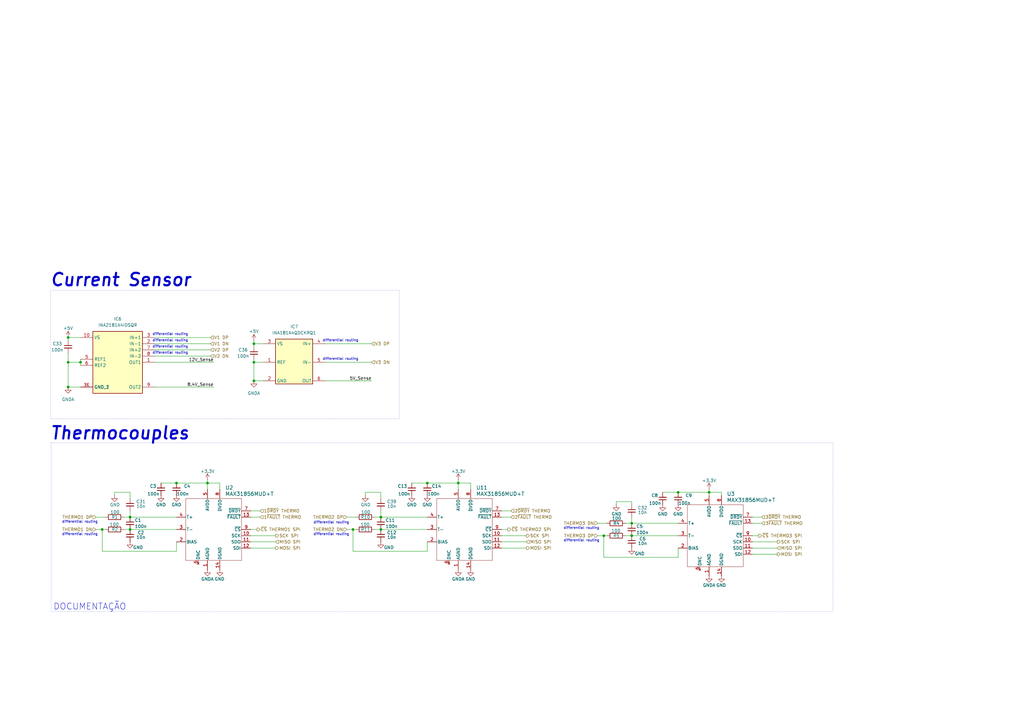
<source format=kicad_sch>
(kicad_sch (version 20250114) (generator "eeschema") (generator_version "9.0")
  (paper "A3")
  (lib_symbols
    (symbol "Device:C_Small" (pin_numbers (hide yes)) (pin_names (offset 0.254) (hide yes))
      (property "Reference" "C" (at 0.254 1.778 0))
      (property "Value" "C_Small" (at 0.254 -2.032 0))
      (symbol "C_Small_0_1"
        (polyline (pts (xy -1.524 0.508) (xy 1.524 0.508)) (stroke (width 0.3048)))
        (polyline (pts (xy -1.524 -0.508) (xy 1.524 -0.508)) (stroke (width 0.3302)))
      )
      (symbol "C_Small_1_1"
        (pin passive line (at 0 2.54 270) (length 2.032) (name "~") (number "1"))
        (pin passive line (at 0 -2.54 90) (length 2.032) (name "~") (number "2"))
      )
    )
    (symbol "Device:R" (pin_numbers (hide yes)) (pin_names (offset 0))
      (property "Reference" "R" (at 2.032 0 90))
      (property "Value" "R" (at 0 0 90))
      (symbol "R_0_1"
        (rectangle (start -1.016 -2.54) (end 1.016 2.54) (stroke (width 0.254)))
      )
      (symbol "R_1_1"
        (pin passive line (at 0 3.81 270) (length 1.27) (name "~") (number "1"))
        (pin passive line (at 0 -3.81 90) (length 1.27) (name "~") (number "2"))
      )
    )
    (symbol "INA181A4QDCKRQ1:INA181A4QDCKRQ1"
      (property "Reference" "IC" (at 21.59 7.62 0))
      (property "Value" "INA181A4QDCKRQ1" (at 21.59 5.08 0))
      (symbol "INA181A4QDCKRQ1_1_1"
        (rectangle (start 5.08 3.175) (end 20.32 -15.24) (stroke (width 0.254)) (fill (type background)))
        (pin passive line (at 0 1.27 0) (length 5.08) (name "VS") (number "3"))
        (pin passive line (at 0 -6.35 0) (length 5.08) (name "REF") (number "1"))
        (pin passive line (at 0 -13.97 0) (length 5.08) (name "GND") (number "2"))
        (pin passive line (at 25.4 1.27 180) (length 5.08) (name "IN+") (number "4"))
        (pin passive line (at 25.4 -6.35 180) (length 5.08) (name "IN-") (number "5"))
        (pin passive line (at 25.4 -13.97 180) (length 5.08) (name "OUT") (number "6"))
      )
    )
    (symbol "INA2181A4IDSQR:INA2181A4IDSQR"
      (property "Reference" "IC" (at 26.67 7.62 0))
      (property "Value" "INA2181A4IDSQR" (at 26.67 5.08 0))
      (symbol "INA2181A4IDSQR_1_1"
        (rectangle (start 5.08 2.54) (end 25.4 -22.86) (stroke (width 0.254)) (fill (type background)))
        (pin passive line (at 0 0 0) (length 5.08) (name "VS") (number "10"))
        (pin passive line (at 0 -8.89 0) (length 5.08) (name "REF1") (number "5"))
        (pin passive line (at 0 -11.43 0) (length 5.08) (name "REF2") (number "6"))
        (pin passive line (at 0 -20.32 0) (length 5.08) (name "GND_2") (number "11"))
        (pin passive line (at 0 -20.32 0) (length 5.08) (name "GND_1") (number "4"))
        (pin passive line (at 30.48 0 180) (length 5.08) (name "IN+1") (number "3"))
        (pin passive line (at 30.48 -2.54 180) (length 5.08) (name "IN-1") (number "2"))
        (pin passive line (at 30.48 -5.08 180) (length 5.08) (name "IN+2") (number "7"))
        (pin passive line (at 30.48 -7.62 180) (length 5.08) (name "IN-2") (number "8"))
        (pin passive line (at 30.48 -10.16 180) (length 5.08) (name "OUT1") (number "1"))
        (pin passive line (at 30.48 -20.32 180) (length 5.08) (name "OUT2") (number "9"))
      )
    )
    (symbol "MAX31856MUD-T:MAX31856MUD+T" (pin_names (offset 0.254))
      (property "Reference" "U" (at 19.05 22.606 0))
      (property "Value" "MAX31856MUD+T" (at 19.812 19.812 0))
      (symbol "MAX31856MUD+T_0_1"
        (polyline (pts (xy 7.62 5.08) (xy 7.62 -20.32)) (stroke (width 0.127)))
        (polyline (pts (xy 7.62 -20.32) (xy 30.48 -20.32)) (stroke (width 0.127)))
        (polyline (pts (xy 30.48 5.08) (xy 7.62 5.08)) (stroke (width 0.127)))
        (polyline (pts (xy 30.48 -20.32) (xy 30.48 5.08)) (stroke (width 0.127)))
      )
      (symbol "MAX31856MUD+T_1_1"
        (pin passive line (at 3.81 -2.54 0) (length 3.81) (name "T+") (number "4"))
        (pin passive line (at 3.81 -7.62 0) (length 3.81) (name "T-") (number "3"))
        (pin passive line (at 3.81 -12.7 0) (length 3.81) (name "BIAS") (number "2"))
        (pin no_connect line (at 12.7 -21.59 90) (length 1.27) (name "DNC") (number "6"))
        (pin passive line (at 16.51 8.89 270) (length 3.81) (name "AVDD") (number "5"))
        (pin passive line (at 16.51 -24.13 90) (length 3.81) (name "AGND") (number "1"))
        (pin passive line (at 21.59 8.89 270) (length 3.81) (name "DVDD") (number "8"))
        (pin passive line (at 21.59 -24.13 90) (length 3.81) (name "DGND") (number "14"))
        (pin passive line (at 34.29 0 180) (length 3.81) (name "~{DRDY}") (number "7"))
        (pin passive line (at 34.29 -2.54 180) (length 3.81) (name "~{FAULT}") (number "13"))
        (pin passive line (at 34.29 -7.62 180) (length 3.81) (name "~{CS}") (number "9"))
        (pin passive line (at 34.29 -10.16 180) (length 3.81) (name "SCK") (number "10"))
        (pin passive line (at 34.29 -12.7 180) (length 3.81) (name "SDO") (number "11"))
        (pin passive line (at 34.29 -15.24 180) (length 3.81) (name "SDI") (number "12"))
      )
    )
    (symbol "power:+3.3V" (power) (pin_numbers (hide yes)) (pin_names (offset 0) (hide yes))
      (property "Value" "+3.3V" (at 0 3.556 0))
      (symbol "+3.3V_0_1"
        (polyline (pts (xy -0.762 1.27) (xy 0 2.54)))
        (polyline (pts (xy 0 2.54) (xy 0.762 1.27)))
        (polyline (pts (xy 0 0) (xy 0 2.54)))
      )
      (symbol "+3.3V_1_1"
        (pin power_in line (at 0 0 90) (length 0) (name "~") (number "1"))
      )
    )
    (symbol "power:+5V" (power) (pin_numbers (hide yes)) (pin_names (offset 0) (hide yes))
      (property "Value" "+5V" (at 0 3.556 0))
      (symbol "+5V_0_1"
        (polyline (pts (xy -0.762 1.27) (xy 0 2.54)))
        (polyline (pts (xy 0 2.54) (xy 0.762 1.27)))
        (polyline (pts (xy 0 0) (xy 0 2.54)))
      )
      (symbol "+5V_1_1"
        (pin power_in line (at 0 0 90) (length 0) (name "~") (number "1"))
      )
    )
    (symbol "power:GND" (power) (pin_numbers (hide yes)) (pin_names (offset 0) (hide yes))
      (property "Value" "GND" (at 0 -3.81 0))
      (symbol "GND_0_1"
        (polyline (pts (xy 0 0) (xy 0 -1.27) (xy 1.27 -1.27) (xy 0 -2.54) (xy -1.27 -1.27) (xy 0 -1.27)))
      )
      (symbol "GND_1_1"
        (pin power_in line (at 0 0 270) (length 0) (name "~") (number "1"))
      )
    )
    (symbol "power:GNDA" (power) (pin_numbers (hide yes)) (pin_names (offset 0) (hide yes))
      (property "Value" "GNDA" (at 0 -3.81 0))
      (symbol "GNDA_0_1"
        (polyline (pts (xy 0 0) (xy 0 -1.27) (xy 1.27 -1.27) (xy 0 -2.54) (xy -1.27 -1.27) (xy 0 -1.27)))
      )
      (symbol "GNDA_1_1"
        (pin power_in line (at 0 0 270) (length 0) (name "~") (number "1"))
      )
    )
  )
  (rectangle (start 20.701 118.999) (end 163.83 171.704) (stroke (width 0) (type dot)))
  (rectangle (start 20.955 181.61) (end 341.63 250.825) (stroke (width 0) (type dot)))
  (text "differential routing\n" (at 139.7 139.7 0) (effects (font (size 1.016 1.016))))
  (text "differential routing\n" (at 238.506 221.742 0) (effects (font (size 1.016 1.016))))
  (text "differential routing\n" (at 32.766 214.122 0) (effects (font (size 1.016 1.016))))
  (text "differential routing\n" (at 135.89 219.202 0) (effects (font (size 1.016 1.016))))
  (text "differential routing\n" (at 69.85 144.78 0) (effects (font (size 1.016 1.016))))
  (text "differential routing\n" (at 139.7 147.32 0) (effects (font (size 1.016 1.016))))
  (text "DOCUMENTAÇÃO" (at 36.83 248.92 0) (effects (font (size 2.54 2.54))))
  (text "differential routing\n" (at 238.506 216.662 0) (effects (font (size 1.016 1.016))))
  (text "differential routing\n" (at 69.85 139.7 0) (effects (font (size 1.016 1.016))))
  (text "Current Sensor\n" (at 20.32 114.935 0) (effects (font (size 5.08 5.08) (thickness 0.8636) (bold yes) (italic yes)) (justify left)))
  (text "differential routing\n" (at 69.85 142.24 0) (effects (font (size 1.016 1.016))))
  (text "differential routing\n" (at 135.89 214.376 0) (effects (font (size 1.016 1.016))))
  (text "Thermocouples" (at 20.32 177.8 0) (effects (font (size 5.08 5.08) (thickness 0.8636) (bold yes) (italic yes)) (justify left)))
  (text "differential routing\n" (at 69.85 137.16 0) (effects (font (size 1.016 1.016))))
  (text "differential routing\n" (at 32.766 219.202 0) (effects (font (size 1.016 1.016))))
  (junction (at 72.39 198.12))
  (junction (at 247.65 219.71))
  (junction (at 53.34 212.09))
  (junction (at 290.83 201.93))
  (junction (at 259.08 214.63))
  (junction (at 27.94 158.75))
  (junction (at 53.34 217.17))
  (junction (at 104.14 148.59))
  (junction (at 175.26 198.12))
  (junction (at 27.94 138.43))
  (junction (at 27.94 148.59))
  (junction (at 104.14 140.97))
  (junction (at 187.96 198.12))
  (junction (at 278.13 201.93))
  (junction (at 33.02 148.59))
  (junction (at 85.09 198.12))
  (junction (at 259.08 219.71))
  (junction (at 104.14 156.21))
  (junction (at 156.21 217.17))
  (junction (at 144.78 217.17))
  (junction (at 156.21 212.09))
  (junction (at 41.91 217.17))
  (wire (pts (xy 72.39 226.06) (xy 41.91 226.06)))
  (wire (pts (xy 63.5 138.43) (xy 86.36 138.43)))
  (wire (pts (xy 27.94 138.43) (xy 27.94 139.7)))
  (wire (pts (xy 153.67 217.17) (xy 156.21 217.17)))
  (wire (pts (xy 72.39 198.12) (xy 85.09 198.12)))
  (wire (pts (xy 50.8 212.09) (xy 53.34 212.09)))
  (wire (pts (xy 27.94 148.59) (xy 33.02 148.59)))
  (wire (pts (xy 41.91 217.17) (xy 43.18 217.17)))
  (wire (pts (xy 156.21 217.17) (xy 175.26 217.17)))
  (wire (pts (xy 142.24 212.09) (xy 146.05 212.09)))
  (wire (pts (xy 278.13 224.79) (xy 278.13 228.6)))
  (wire (pts (xy 187.96 198.12) (xy 193.04 198.12)))
  (wire (pts (xy 187.96 196.85) (xy 187.96 198.12)))
  (wire (pts (xy 27.94 138.43) (xy 33.02 138.43)))
  (wire (pts (xy 46.99 201.93) (xy 53.34 201.93)))
  (wire (pts (xy 168.91 198.12) (xy 175.26 198.12)))
  (wire (pts (xy 63.5 140.97) (xy 86.36 140.97)))
  (wire (pts (xy 308.61 224.79) (xy 318.77 224.79)))
  (wire (pts (xy 104.14 148.59) (xy 107.95 148.59)))
  (wire (pts (xy 142.24 217.17) (xy 144.78 217.17)))
  (wire (pts (xy 39.37 217.17) (xy 41.91 217.17)))
  (wire (pts (xy 175.26 222.25) (xy 175.26 226.06)))
  (wire (pts (xy 256.54 214.63) (xy 259.08 214.63)))
  (wire (pts (xy 252.73 205.74) (xy 259.08 205.74)))
  (wire (pts (xy 205.74 209.55) (xy 209.55 209.55)))
  (wire (pts (xy 90.17 198.12) (xy 90.17 200.66)))
  (wire (pts (xy 104.14 148.59) (xy 104.14 156.21)))
  (wire (pts (xy 256.54 219.71) (xy 259.08 219.71)))
  (wire (pts (xy 63.5 143.51) (xy 86.36 143.51)))
  (wire (pts (xy 33.02 147.32) (xy 33.02 148.59)))
  (wire (pts (xy 85.09 196.85) (xy 85.09 198.12)))
  (wire (pts (xy 63.5 158.75) (xy 87.63 158.75)))
  (wire (pts (xy 308.61 214.63) (xy 312.42 214.63)))
  (wire (pts (xy 63.5 148.59) (xy 87.63 148.59)))
  (wire (pts (xy 102.87 212.09) (xy 106.68 212.09)))
  (wire (pts (xy 27.94 148.59) (xy 27.94 158.75)))
  (wire (pts (xy 66.04 198.12) (xy 72.39 198.12)))
  (wire (pts (xy 290.83 201.93) (xy 295.91 201.93)))
  (wire (pts (xy 53.34 217.17) (xy 72.39 217.17)))
  (wire (pts (xy 46.99 203.2) (xy 46.99 201.93)))
  (wire (pts (xy 205.74 217.17) (xy 208.28 217.17)))
  (wire (pts (xy 278.13 201.93) (xy 290.83 201.93)))
  (wire (pts (xy 133.35 140.97) (xy 152.4 140.97)))
  (wire (pts (xy 153.67 212.09) (xy 156.21 212.09)))
  (wire (pts (xy 205.74 212.09) (xy 209.55 212.09)))
  (wire (pts (xy 156.21 201.93) (xy 156.21 204.47)))
  (wire (pts (xy 247.65 219.71) (xy 248.92 219.71)))
  (wire (pts (xy 149.86 201.93) (xy 156.21 201.93)))
  (wire (pts (xy 245.11 219.71) (xy 247.65 219.71)))
  (wire (pts (xy 175.26 198.12) (xy 187.96 198.12)))
  (wire (pts (xy 104.14 156.21) (xy 107.95 156.21)))
  (wire (pts (xy 308.61 222.25) (xy 318.77 222.25)))
  (wire (pts (xy 27.94 144.78) (xy 27.94 148.59)))
  (wire (pts (xy 133.35 148.59) (xy 152.4 148.59)))
  (wire (pts (xy 156.21 209.55) (xy 156.21 212.09)))
  (wire (pts (xy 259.08 214.63) (xy 278.13 214.63)))
  (wire (pts (xy 85.09 198.12) (xy 85.09 200.66)))
  (wire (pts (xy 205.74 219.71) (xy 215.9 219.71)))
  (wire (pts (xy 104.14 147.32) (xy 104.14 148.59)))
  (wire (pts (xy 252.73 207.01) (xy 252.73 205.74)))
  (wire (pts (xy 102.87 209.55) (xy 106.68 209.55)))
  (wire (pts (xy 295.91 201.93) (xy 295.91 203.2)))
  (wire (pts (xy 102.87 217.17) (xy 105.41 217.17)))
  (wire (pts (xy 259.08 205.74) (xy 259.08 207.01)))
  (wire (pts (xy 247.65 228.6) (xy 247.65 219.71)))
  (wire (pts (xy 27.94 158.75) (xy 33.02 158.75)))
  (wire (pts (xy 187.96 198.12) (xy 187.96 200.66)))
  (wire (pts (xy 205.74 224.79) (xy 215.9 224.79)))
  (wire (pts (xy 290.83 201.93) (xy 290.83 203.2)))
  (wire (pts (xy 308.61 212.09) (xy 312.42 212.09)))
  (wire (pts (xy 259.08 219.71) (xy 278.13 219.71)))
  (wire (pts (xy 41.91 226.06) (xy 41.91 217.17)))
  (wire (pts (xy 53.34 209.55) (xy 53.34 212.09)))
  (wire (pts (xy 33.02 148.59) (xy 33.02 149.86)))
  (wire (pts (xy 144.78 217.17) (xy 146.05 217.17)))
  (wire (pts (xy 72.39 222.25) (xy 72.39 226.06)))
  (wire (pts (xy 271.78 201.93) (xy 278.13 201.93)))
  (wire (pts (xy 156.21 212.09) (xy 175.26 212.09)))
  (wire (pts (xy 290.83 200.66) (xy 290.83 201.93)))
  (wire (pts (xy 50.8 217.17) (xy 53.34 217.17)))
  (wire (pts (xy 63.5 146.05) (xy 86.36 146.05)))
  (wire (pts (xy 102.87 222.25) (xy 113.03 222.25)))
  (wire (pts (xy 102.87 219.71) (xy 113.03 219.71)))
  (wire (pts (xy 193.04 198.12) (xy 193.04 200.66)))
  (wire (pts (xy 133.35 156.21) (xy 152.4 156.21)))
  (wire (pts (xy 104.14 142.24) (xy 104.14 140.97)))
  (wire (pts (xy 175.26 226.06) (xy 144.78 226.06)))
  (wire (pts (xy 308.61 227.33) (xy 318.77 227.33)))
  (wire (pts (xy 104.14 139.7) (xy 104.14 140.97)))
  (wire (pts (xy 102.87 224.79) (xy 113.03 224.79)))
  (wire (pts (xy 85.09 198.12) (xy 90.17 198.12)))
  (wire (pts (xy 39.37 212.09) (xy 43.18 212.09)))
  (wire (pts (xy 53.34 201.93) (xy 53.34 204.47)))
  (wire (pts (xy 259.08 212.09) (xy 259.08 214.63)))
  (wire (pts (xy 104.14 140.97) (xy 107.95 140.97)))
  (wire (pts (xy 149.86 203.2) (xy 149.86 201.93)))
  (wire (pts (xy 53.34 212.09) (xy 72.39 212.09)))
  (wire (pts (xy 144.78 226.06) (xy 144.78 217.17)))
  (wire (pts (xy 205.74 222.25) (xy 215.9 222.25)))
  (wire (pts (xy 245.11 214.63) (xy 248.92 214.63)))
  (wire (pts (xy 308.61 219.71) (xy 311.15 219.71)))
  (wire (pts (xy 278.13 228.6) (xy 247.65 228.6)))
  (label "8.4V_Sense" (at 87.63 158.75 180) (effects (font (thickness 0.1588))))
  (label "5V_Sense" (at 152.4 156.21 180) (effects (font (thickness 0.1588))))
  (label "12V_Sense" (at 87.63 148.59 180) (effects (font (thickness 0.1588))))
  (hierarchical_label "MOSI SPI" (shape output) (at 318.77 227.33 0))
  (hierarchical_label "3~{DRDY} THERMO" (shape input) (at 312.42 212.09 0))
  (hierarchical_label "V2 DP" (shape input) (at 86.36 143.51 0))
  (hierarchical_label "3~{FAULT} THERMO" (shape input) (at 312.42 214.63 0))
  (hierarchical_label "THERMO1 DP" (shape input) (at 39.37 212.09 180))
  (hierarchical_label "SCK SPI" (shape output) (at 113.03 219.71 0))
  (hierarchical_label "THERMO1 DN" (shape input) (at 39.37 217.17 180))
  (hierarchical_label "MISO SPI" (shape input) (at 318.77 224.79 0))
  (hierarchical_label "V1 DN" (shape input) (at 86.36 140.97 0))
  (hierarchical_label "2~{FAULT} THERMO" (shape input) (at 209.55 212.09 0))
  (hierarchical_label "~{CS} THERMO2 SPI" (shape output) (at 208.28 217.17 0))
  (hierarchical_label "V2 DN" (shape input) (at 86.36 146.05 0))
  (hierarchical_label "MOSI SPI" (shape output) (at 215.9 224.79 0))
  (hierarchical_label "~{CS} THERMO1 SPI" (shape output) (at 105.41 217.17 0))
  (hierarchical_label "THERMO3 DN" (shape input) (at 245.11 214.63 180))
  (hierarchical_label "SCK SPI" (shape output) (at 215.9 219.71 0))
  (hierarchical_label "SCK SPI" (shape output) (at 318.77 222.25 0))
  (hierarchical_label "1~{DRDY} THERMO" (shape input) (at 106.68 209.55 0))
  (hierarchical_label "THERMO3 DP" (shape input) (at 245.11 219.71 180))
  (hierarchical_label "V1 DP" (shape input) (at 86.36 138.43 0))
  (hierarchical_label "1~{FAULT} THERMO" (shape input) (at 106.68 212.09 0))
  (hierarchical_label "2~{DRDY} THERMO" (shape input) (at 209.55 209.55 0))
  (hierarchical_label "MISO SPI" (shape input) (at 113.03 222.25 0))
  (hierarchical_label "THERMO2 DN" (shape input) (at 142.24 217.17 180))
  (hierarchical_label "~{CS} THERMO3 SPI" (shape output) (at 311.15 219.71 0))
  (hierarchical_label "MISO SPI" (shape input) (at 215.9 222.25 0))
  (hierarchical_label "MOSI SPI" (shape output) (at 113.03 224.79 0))
  (hierarchical_label "THERMO2 DP" (shape input) (at 142.24 212.09 180))
  (hierarchical_label "V3 DP" (shape input) (at 152.4 140.97 0))
  (hierarchical_label "V3 DN" (shape input) (at 152.4 148.59 0))
  (symbol (lib_id "INA2181A4IDSQR:INA2181A4IDSQR") (at 33.02 138.43 0) (unit 1)
    (property "Reference" "IC6" (at 48.26 130.81 0))
    (property "Value" "INA2181A4IDSQR" (at 48.26 133.35 0))
    (property "Footprint" "INA2181A4IDSQR:SON40P200X200X80-11N" (effects (hide yes)))
    (property "Datasheet" "https://www.ti.com/lit/gpn/INA2181" (effects (hide yes)))
    (property "Description" "Current Sense Amplifiers 26V, dual channel, bi-directional, 350kHz current sense amplifier 10-WSON -40 to 125" (effects (hide yes)))
    (property "Height" "0.8" (effects (hide yes)))
    (property "Mouser Part Number" "595-INA2181A4IDSQR" (effects (hide yes)))
    (property "Mouser Price/Stock" "https://www.mouser.co.uk/ProductDetail/Texas-Instruments/INA2181A4IDSQR?qs=7MVldsJ5UayMjjJL29yZyQ%3D%3D" (effects (hide yes)))
    (property "Manufacturer_Name" "Texas Instruments" (effects (hide yes)))
    (property "Manufacturer_Part_Number" "INA2181A4IDSQR" (effects (hide yes)))
  )
  (symbol (lib_id "power:GNDA") (at 290.83 236.22 0) (unit 1)
    (property "Reference" "#PWR051" (effects (hide yes)))
    (property "Value" "GNDA" (at 290.83 240.03 0))
    (property "Description" "Power symbol creates a global label with name \"GNDA\" , analog ground" (effects (hide yes)))
  )
  (symbol (lib_id "power:GND") (at 53.34 222.25 0) (unit 1)
    (property "Reference" "#PWR01" (effects (hide yes)))
    (property "Value" "GND" (at 58.674 224.536 0) (effects (justify right)))
    (property "Description" "Power symbol creates a global label with name \"GND\" , ground" (effects (hide yes)))
  )
  (symbol (lib_id "power:GND") (at 271.78 207.01 0) (unit 1)
    (property "Reference" "#PWR09" (effects (hide yes)))
    (property "Value" "GND" (at 273.812 210.82 0) (effects (justify right)))
    (property "Description" "Power symbol creates a global label with name \"GND\" , ground" (effects (hide yes)))
  )
  (symbol (lib_id "Device:C_Small") (at 156.21 207.01 0) (unit 1)
    (property "Reference" "C39" (at 160.655 205.74 0))
    (property "Value" "10n" (at 160.655 207.645 0))
    (property "Footprint" "Capacitor-0402:Capacitor_0402" (effects (hide yes)))
    (property "Description" "Unpolarized capacitor, small symbol" (effects (hide yes)))
  )
  (symbol (lib_id "power:GND") (at 149.86 203.2 0) (mirror y) (unit 1)
    (property "Reference" "#PWR019" (effects (hide yes)))
    (property "Value" "GND" (at 147.955 207.01 0) (effects (justify right)))
    (property "Description" "Power symbol creates a global label with name \"GND\" , ground" (effects (hide yes)))
  )
  (symbol (lib_id "power:GND") (at 46.99 203.2 0) (mirror y) (unit 1)
    (property "Reference" "#PWR04" (effects (hide yes)))
    (property "Value" "GND" (at 45.085 207.01 0) (effects (justify right)))
    (property "Description" "Power symbol creates a global label with name \"GND\" , ground" (effects (hide yes)))
  )
  (symbol (lib_id "power:GND") (at 90.17 233.68 0) (unit 1)
    (property "Reference" "#PWR0158" (effects (hide yes)))
    (property "Value" "GND" (at 92.075 237.49 0) (effects (justify right)))
    (property "Description" "Power symbol creates a global label with name \"GND\" , ground" (effects (hide yes)))
  )
  (symbol (lib_id "power:+3.3V") (at 187.96 196.85 0) (unit 1)
    (property "Reference" "#PWR027" (effects (hide yes)))
    (property "Value" "+3.3V" (at 187.96 193.294 0))
    (property "Description" "Power symbol creates a global label with name \"+3.3V\"" (effects (hide yes)))
  )
  (symbol (lib_id "power:GNDA") (at 85.09 233.68 0) (unit 1)
    (property "Reference" "#PWR030" (effects (hide yes)))
    (property "Value" "GNDA" (at 85.09 237.49 0))
    (property "Description" "Power symbol creates a global label with name \"GNDA\" , analog ground" (effects (hide yes)))
  )
  (symbol (lib_id "power:GNDA") (at 27.94 158.75 0) (unit 1)
    (property "Reference" "#PWR015" (effects (hide yes)))
    (property "Value" "GNDA" (at 27.94 163.83 0))
    (property "Description" "Power symbol creates a global label with name \"GNDA\" , analog ground" (effects (hide yes)))
  )
  (symbol (lib_id "Device:C_Small") (at 259.08 217.17 0) (unit 1)
    (property "Reference" "C5" (at 260.985 215.9 0) (effects (justify left)))
    (property "Value" "100n" (at 260.985 218.44 0) (effects (justify left)))
    (property "Footprint" "Capacitor-0402:Capacitor_0402" (effects (hide yes)))
    (property "Description" "Unpolarized capacitor, small symbol" (effects (hide yes)))
  )
  (symbol (lib_id "power:GND") (at 295.91 236.22 0) (unit 1)
    (property "Reference" "#PWR0115" (effects (hide yes)))
    (property "Value" "GND" (at 297.815 240.03 0) (effects (justify right)))
    (property "Description" "Power symbol creates a global label with name \"GND\" , ground" (effects (hide yes)))
  )
  (symbol (lib_id "power:GND") (at 66.04 203.2 0) (unit 1)
    (property "Reference" "#PWR02" (effects (hide yes)))
    (property "Value" "GND" (at 68.072 207.01 0) (effects (justify right)))
    (property "Description" "Power symbol creates a global label with name \"GND\" , ground" (effects (hide yes)))
  )
  (symbol (lib_id "power:+3.3V") (at 290.83 200.66 0) (unit 1)
    (property "Reference" "#PWR017" (effects (hide yes)))
    (property "Value" "+3.3V" (at 290.83 197.104 0))
    (property "Description" "Power symbol creates a global label with name \"+3.3V\"" (effects (hide yes)))
  )
  (symbol (lib_id "Device:C_Small") (at 156.21 214.63 0) (unit 1)
    (property "Reference" "C11" (at 158.115 213.36 0) (effects (justify left)))
    (property "Value" "100n" (at 158.115 215.9 0) (effects (justify left)))
    (property "Footprint" "Capacitor-0402:Capacitor_0402" (effects (hide yes)))
    (property "Description" "Unpolarized capacitor, small symbol" (effects (hide yes)))
  )
  (symbol (lib_id "Device:R") (at 46.99 212.09 270) (unit 1)
    (property "Reference" "R1" (at 45.72 212.09 90) (effects (justify left)))
    (property "Value" "100" (at 45.212 210.058 90) (effects (justify left)))
    (property "Footprint" "Resistor-0402:RES_0402" (effects (hide yes)))
    (property "Description" "Resistor" (effects (hide yes)))
  )
  (symbol (lib_id "power:GNDA") (at 104.14 156.21 0) (unit 1)
    (property "Reference" "#PWR010" (effects (hide yes)))
    (property "Value" "GNDA" (at 104.14 161.29 0))
    (property "Description" "Power symbol creates a global label with name \"GNDA\" , analog ground" (effects (hide yes)))
  )
  (symbol (lib_id "power:GND") (at 168.91 203.2 0) (unit 1)
    (property "Reference" "#PWR024" (effects (hide yes)))
    (property "Value" "GND" (at 170.942 207.01 0) (effects (justify right)))
    (property "Description" "Power symbol creates a global label with name \"GND\" , ground" (effects (hide yes)))
  )
  (symbol (lib_id "Device:C_Small") (at 72.39 200.66 180) (unit 1)
    (property "Reference" "C4" (at 78.105 199.39 0) (effects (justify left)))
    (property "Value" "100n" (at 77.47 202.565 0) (effects (justify left)))
    (property "Footprint" "Capacitor-0402:Capacitor_0402" (effects (hide yes)))
    (property "Description" "Unpolarized capacitor, small symbol" (effects (hide yes)))
  )
  (symbol (lib_id "Device:R") (at 149.86 217.17 270) (unit 1)
    (property "Reference" "R11" (at 147.955 217.17 90) (effects (justify left)))
    (property "Value" "100" (at 147.828 215.138 90) (effects (justify left)))
    (property "Footprint" "Resistor-0402:RES_0402" (effects (hide yes)))
    (property "Description" "Resistor" (effects (hide yes)))
  )
  (symbol (lib_id "power:GND") (at 156.21 222.25 0) (unit 1)
    (property "Reference" "#PWR020" (effects (hide yes)))
    (property "Value" "GND" (at 161.544 224.536 0) (effects (justify right)))
    (property "Description" "Power symbol creates a global label with name \"GND\" , ground" (effects (hide yes)))
  )
  (symbol (lib_id "power:+5V") (at 104.14 139.7 0) (unit 1)
    (property "Reference" "#PWR040" (effects (hide yes)))
    (property "Value" "+5V" (at 104.14 135.89 0))
    (property "Description" "Power symbol creates a global label with name \"+5V\"" (effects (hide yes)))
  )
  (symbol (lib_id "Device:C_Small") (at 259.08 209.55 0) (unit 1)
    (property "Reference" "C32" (at 263.525 208.28 0))
    (property "Value" "10n" (at 263.525 210.185 0))
    (property "Footprint" "Capacitor-0402:Capacitor_0402" (effects (hide yes)))
    (property "Description" "Unpolarized capacitor, small symbol" (effects (hide yes)))
  )
  (symbol (lib_id "power:GNDA") (at 187.96 233.68 0) (unit 1)
    (property "Reference" "#PWR018" (effects (hide yes)))
    (property "Value" "GNDA" (at 187.96 237.49 0))
    (property "Description" "Power symbol creates a global label with name \"GNDA\" , analog ground" (effects (hide yes)))
  )
  (symbol (lib_id "power:GND") (at 278.13 207.01 0) (unit 1)
    (property "Reference" "#PWR012" (effects (hide yes)))
    (property "Value" "GND" (at 280.162 210.82 0) (effects (justify right)))
    (property "Description" "Power symbol creates a global label with name \"GND\" , ground" (effects (hide yes)))
  )
  (symbol (lib_id "power:+3.3V") (at 85.09 196.85 0) (unit 1)
    (property "Reference" "#PWR06" (effects (hide yes)))
    (property "Value" "+3.3V" (at 85.09 193.294 0))
    (property "Description" "Power symbol creates a global label with name \"+3.3V\"" (effects (hide yes)))
  )
  (symbol (lib_id "Device:R") (at 252.73 219.71 270) (unit 1)
    (property "Reference" "R5" (at 251.46 219.71 90) (effects (justify left)))
    (property "Value" "100" (at 250.698 217.678 90) (effects (justify left)))
    (property "Footprint" "Resistor-0402:RES_0402" (effects (hide yes)))
    (property "Description" "Resistor" (effects (hide yes)))
  )
  (symbol (lib_id "Device:C_Small") (at 104.14 144.78 0) (mirror y) (unit 1)
    (property "Reference" "C36" (at 99.695 143.51 0))
    (property "Value" "100n" (at 99.695 146.05 0))
    (property "Footprint" "Capacitor-0402:Capacitor_0402" (effects (hide yes)))
    (property "Description" "Unpolarized capacitor, small symbol" (effects (hide yes)))
  )
  (symbol (lib_id "Device:R") (at 46.99 217.17 270) (unit 1)
    (property "Reference" "R2" (at 45.72 217.17 90) (effects (justify left)))
    (property "Value" "100" (at 44.958 215.138 90) (effects (justify left)))
    (property "Footprint" "Resistor-0402:RES_0402" (effects (hide yes)))
    (property "Description" "Resistor" (effects (hide yes)))
  )
  (symbol (lib_id "power:GND") (at 193.04 233.68 0) (unit 1)
    (property "Reference" "#PWR0113" (effects (hide yes)))
    (property "Value" "GND" (at 194.945 237.49 0) (effects (justify right)))
    (property "Description" "Power symbol creates a global label with name \"GND\" , ground" (effects (hide yes)))
  )
  (symbol (lib_id "Device:C_Small") (at 168.91 200.66 180) (unit 1)
    (property "Reference" "C13" (at 167.005 199.39 0) (effects (justify left)))
    (property "Value" "100n" (at 168.275 202.565 0) (effects (justify left)))
    (property "Footprint" "Capacitor-0402:Capacitor_0402" (effects (hide yes)))
    (property "Description" "Unpolarized capacitor, small symbol" (effects (hide yes)))
  )
  (symbol (lib_id "Device:C_Small") (at 271.78 204.47 180) (unit 1)
    (property "Reference" "C8" (at 269.875 203.2 0) (effects (justify left)))
    (property "Value" "100n" (at 271.145 206.375 0) (effects (justify left)))
    (property "Footprint" "Capacitor-0402:Capacitor_0402" (effects (hide yes)))
    (property "Description" "Unpolarized capacitor, small symbol" (effects (hide yes)))
  )
  (symbol (lib_id "Device:C_Small") (at 53.34 207.01 0) (unit 1)
    (property "Reference" "C31" (at 57.785 205.74 0))
    (property "Value" "10n" (at 57.785 207.645 0))
    (property "Footprint" "Capacitor-0402:Capacitor_0402" (effects (hide yes)))
    (property "Description" "Unpolarized capacitor, small symbol" (effects (hide yes)))
  )
  (symbol (lib_id "INA181A4QDCKRQ1:INA181A4QDCKRQ1") (at 107.95 142.24 0) (unit 1)
    (property "Reference" "IC7" (at 120.65 133.985 0))
    (property "Value" "INA181A4QDCKRQ1" (at 120.65 136.525 0))
    (property "Footprint" "INA181A4QDCKRQ1:SOT65P210X110-6N" (effects (hide yes)))
    (property "Datasheet" "https://www.ti.com/lit/ds/symlink/ina181-q1.pdf?ts=1720003555927&ref_url=https%253A%252F%252Fwww.mouser.co.uk%252F" (effects (hide yes)))
    (property "Description" "Current Sense Amplifiers AEC-Q100, 26V, bi-directional, 350kHz current sense amplifier 6-SC70 -40 to 125" (effects (hide yes)))
    (property "Height" "1.1" (effects (hide yes)))
    (property "Mouser Part Number" "595-INA181A4QDCKRQ1" (effects (hide yes)))
    (property "Mouser Price/Stock" "https://www.mouser.co.uk/ProductDetail/Texas-Instruments/INA181A4QDCKRQ1?qs=ZcfC38r4PovROLZiIT8g1g%3D%3D" (effects (hide yes)))
    (property "Manufacturer_Name" "Texas Instruments" (effects (hide yes)))
    (property "Manufacturer_Part_Number" "INA181A4QDCKRQ1" (effects (hide yes)))
  )
  (symbol (lib_id "Device:C_Small") (at 278.13 204.47 180) (unit 1)
    (property "Reference" "C9" (at 283.845 203.2 0) (effects (justify left)))
    (property "Value" "100n" (at 283.21 206.375 0) (effects (justify left)))
    (property "Footprint" "Capacitor-0402:Capacitor_0402" (effects (hide yes)))
    (property "Description" "Unpolarized capacitor, small symbol" (effects (hide yes)))
  )
  (symbol (lib_id "Device:R") (at 252.73 214.63 270) (unit 1)
    (property "Reference" "R4" (at 251.46 214.63 90) (effects (justify left)))
    (property "Value" "100" (at 250.952 212.598 90) (effects (justify left)))
    (property "Footprint" "Resistor-0402:RES_0402" (effects (hide yes)))
    (property "Description" "Resistor" (effects (hide yes)))
  )
  (symbol (lib_id "power:+5V") (at 27.94 138.43 0) (unit 1)
    (property "Reference" "#PWR039" (effects (hide yes)))
    (property "Value" "+5V" (at 27.94 134.62 0))
    (property "Description" "Power symbol creates a global label with name \"+5V\"" (effects (hide yes)))
  )
  (symbol (lib_id "MAX31856MUD-T:MAX31856MUD+T") (at 274.32 212.09 0) (unit 1)
    (property "Reference" "U3" (at 298.1041 202.565 0) (effects (font (size 1.524 1.524)) (justify left)))
    (property "Value" "MAX31856MUD+T" (at 298.1041 205.105 0) (effects (font (size 1.524 1.524)) (justify left)))
    (property "Footprint" "Thermocouple:21-0066J_14_MXM" (effects (hide yes)))
    (property "Datasheet" "MAX31856MUD+T" (effects (hide yes)))
  )
  (symbol (lib_id "Device:C_Small") (at 175.26 200.66 180) (unit 1)
    (property "Reference" "C14" (at 180.975 199.39 0) (effects (justify left)))
    (property "Value" "100n" (at 180.34 202.565 0) (effects (justify left)))
    (property "Footprint" "Capacitor-0402:Capacitor_0402" (effects (hide yes)))
    (property "Description" "Unpolarized capacitor, small symbol" (effects (hide yes)))
  )
  (symbol (lib_id "Device:C_Small") (at 27.94 142.24 0) (mirror y) (unit 1)
    (property "Reference" "C33" (at 23.495 140.97 0))
    (property "Value" "100n" (at 23.495 143.51 0))
    (property "Footprint" "Capacitor-0402:Capacitor_0402" (effects (hide yes)))
    (property "Description" "Unpolarized capacitor, small symbol" (effects (hide yes)))
  )
  (symbol (lib_id "Device:C_Small") (at 66.04 200.66 180) (unit 1)
    (property "Reference" "C3" (at 64.135 199.39 0) (effects (justify left)))
    (property "Value" "100n" (at 65.405 202.565 0) (effects (justify left)))
    (property "Footprint" "Capacitor-0402:Capacitor_0402" (effects (hide yes)))
    (property "Description" "Unpolarized capacitor, small symbol" (effects (hide yes)))
  )
  (symbol (lib_id "MAX31856MUD-T:MAX31856MUD+T") (at 171.45 209.55 0) (unit 1)
    (property "Reference" "U11" (at 195.2341 200.025 0) (effects (font (size 1.524 1.524)) (justify left)))
    (property "Value" "MAX31856MUD+T" (at 195.2341 202.565 0) (effects (font (size 1.524 1.524)) (justify left)))
    (property "Footprint" "Thermocouple:21-0066J_14_MXM" (effects (hide yes)))
    (property "Datasheet" "MAX31856MUD+T" (effects (hide yes)))
  )
  (symbol (lib_id "power:GND") (at 259.08 224.79 0) (unit 1)
    (property "Reference" "#PWR08" (effects (hide yes)))
    (property "Value" "GND" (at 264.414 227.076 0) (effects (justify right)))
    (property "Description" "Power symbol creates a global label with name \"GND\" , ground" (effects (hide yes)))
  )
  (symbol (lib_id "MAX31856MUD-T:MAX31856MUD+T") (at 68.58 209.55 0) (unit 1)
    (property "Reference" "U2" (at 92.3641 200.025 0) (effects (font (size 1.524 1.524)) (justify left)))
    (property "Value" "MAX31856MUD+T" (at 92.3641 202.565 0) (effects (font (size 1.524 1.524)) (justify left)))
    (property "Footprint" "Thermocouple:21-0066J_14_MXM" (effects (hide yes)))
    (property "Datasheet" "MAX31856MUD+T" (effects (hide yes)))
  )
  (symbol (lib_id "power:GND") (at 72.39 203.2 0) (unit 1)
    (property "Reference" "#PWR03" (effects (hide yes)))
    (property "Value" "GND" (at 74.422 207.01 0) (effects (justify right)))
    (property "Description" "Power symbol creates a global label with name \"GND\" , ground" (effects (hide yes)))
  )
  (symbol (lib_id "Device:C_Small") (at 53.34 219.71 0) (unit 1)
    (property "Reference" "C2" (at 57.785 218.44 0))
    (property "Value" "10n" (at 57.785 220.345 0))
    (property "Footprint" "Capacitor-0402:Capacitor_0402" (effects (hide yes)))
    (property "Description" "Unpolarized capacitor, small symbol" (effects (hide yes)))
  )
  (symbol (lib_id "Device:C_Small") (at 156.21 219.71 0) (unit 1)
    (property "Reference" "C12" (at 160.655 218.44 0))
    (property "Value" "10n" (at 160.655 220.345 0))
    (property "Footprint" "Capacitor-0402:Capacitor_0402" (effects (hide yes)))
    (property "Description" "Unpolarized capacitor, small symbol" (effects (hide yes)))
  )
  (symbol (lib_id "power:GND") (at 175.26 203.2 0) (unit 1)
    (property "Reference" "#PWR026" (effects (hide yes)))
    (property "Value" "GND" (at 177.292 207.01 0) (effects (justify right)))
    (property "Description" "Power symbol creates a global label with name \"GND\" , ground" (effects (hide yes)))
  )
  (symbol (lib_id "Device:C_Small") (at 259.08 222.25 0) (unit 1)
    (property "Reference" "C6" (at 263.525 220.98 0))
    (property "Value" "10n" (at 263.525 222.885 0))
    (property "Footprint" "Capacitor-0402:Capacitor_0402" (effects (hide yes)))
    (property "Description" "Unpolarized capacitor, small symbol" (effects (hide yes)))
  )
  (symbol (lib_id "power:GND") (at 252.73 207.01 0) (mirror y) (unit 1)
    (property "Reference" "#PWR05" (effects (hide yes)))
    (property "Value" "GND" (at 250.825 210.82 0) (effects (justify right)))
    (property "Description" "Power symbol creates a global label with name \"GND\" , ground" (effects (hide yes)))
  )
  (symbol (lib_id "Device:C_Small") (at 53.34 214.63 0) (unit 1)
    (property "Reference" "C1" (at 55.245 213.36 0) (effects (justify left)))
    (property "Value" "100n" (at 55.245 215.9 0) (effects (justify left)))
    (property "Footprint" "Capacitor-0402:Capacitor_0402" (effects (hide yes)))
    (property "Description" "Unpolarized capacitor, small symbol" (effects (hide yes)))
  )
  (symbol (lib_id "Device:R") (at 149.86 212.09 270) (unit 1)
    (property "Reference" "R10" (at 147.955 212.09 90) (effects (justify left)))
    (property "Value" "100" (at 148.082 210.058 90) (effects (justify left)))
    (property "Footprint" "Resistor-0402:RES_0402" (effects (hide yes)))
    (property "Description" "Resistor" (effects (hide yes)))
  )
)
</source>
